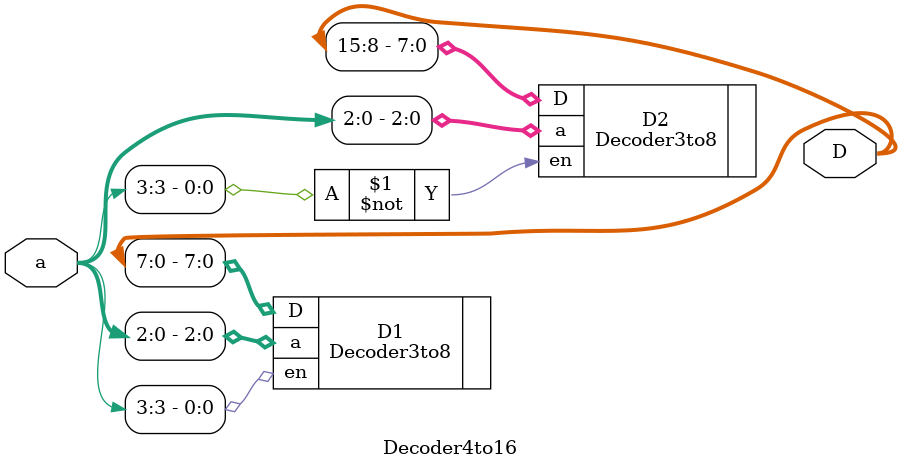
<source format=v>
`timescale 1ns / 1ps


module Decoder4to16(
    input [3:0] a,
    output [15:0] D
    );
    Decoder3to8 D1 (.a(a[2:0]), .en(a[3]), .D(D[7:0]));
    Decoder3to8 D2 (.a(a[2:0]), .en(~a[3]), .D(D[15:8]));
endmodule

</source>
